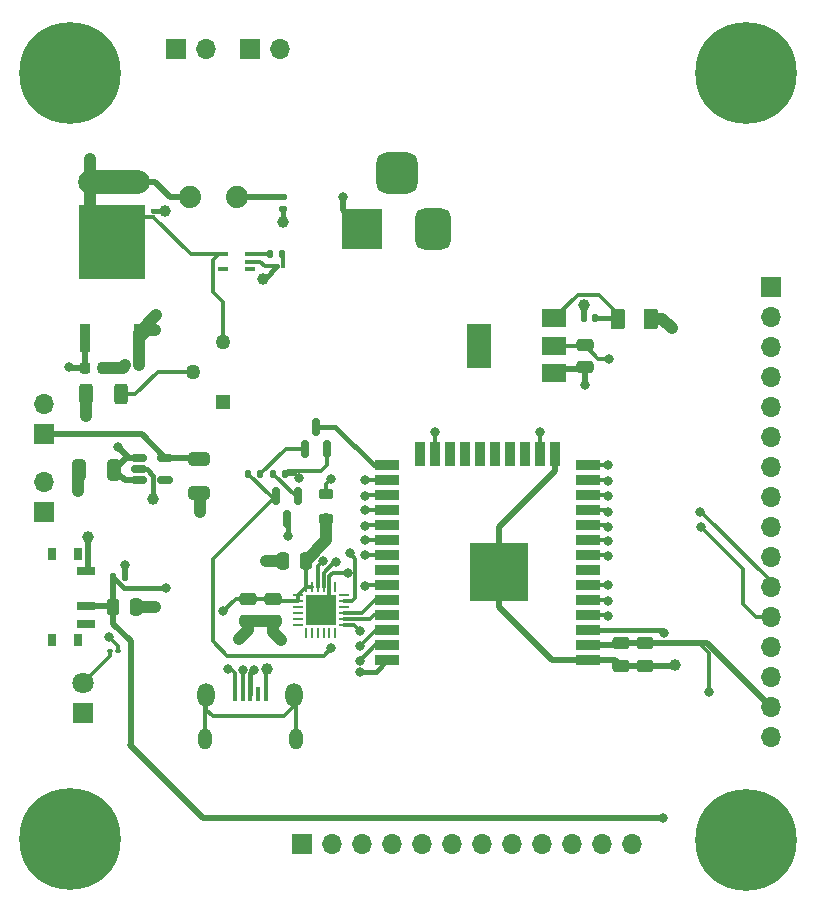
<source format=gbr>
%TF.GenerationSoftware,KiCad,Pcbnew,(6.0.1)*%
%TF.CreationDate,2022-03-22T21:47:25-04:00*%
%TF.ProjectId,Looking Glass,4c6f6f6b-696e-4672-9047-6c6173732e6b,rev?*%
%TF.SameCoordinates,Original*%
%TF.FileFunction,Copper,L1,Top*%
%TF.FilePolarity,Positive*%
%FSLAX46Y46*%
G04 Gerber Fmt 4.6, Leading zero omitted, Abs format (unit mm)*
G04 Created by KiCad (PCBNEW (6.0.1)) date 2022-03-22 21:47:25*
%MOMM*%
%LPD*%
G01*
G04 APERTURE LIST*
G04 Aperture macros list*
%AMRoundRect*
0 Rectangle with rounded corners*
0 $1 Rounding radius*
0 $2 $3 $4 $5 $6 $7 $8 $9 X,Y pos of 4 corners*
0 Add a 4 corners polygon primitive as box body*
4,1,4,$2,$3,$4,$5,$6,$7,$8,$9,$2,$3,0*
0 Add four circle primitives for the rounded corners*
1,1,$1+$1,$2,$3*
1,1,$1+$1,$4,$5*
1,1,$1+$1,$6,$7*
1,1,$1+$1,$8,$9*
0 Add four rect primitives between the rounded corners*
20,1,$1+$1,$2,$3,$4,$5,0*
20,1,$1+$1,$4,$5,$6,$7,0*
20,1,$1+$1,$6,$7,$8,$9,0*
20,1,$1+$1,$8,$9,$2,$3,0*%
G04 Aperture macros list end*
%TA.AperFunction,SMDPad,CuDef*%
%ADD10RoundRect,0.250000X0.375000X0.625000X-0.375000X0.625000X-0.375000X-0.625000X0.375000X-0.625000X0*%
%TD*%
%TA.AperFunction,ComponentPad*%
%ADD11R,3.500000X3.500000*%
%TD*%
%TA.AperFunction,ComponentPad*%
%ADD12RoundRect,0.750000X0.750000X1.000000X-0.750000X1.000000X-0.750000X-1.000000X0.750000X-1.000000X0*%
%TD*%
%TA.AperFunction,ComponentPad*%
%ADD13RoundRect,0.875000X0.875000X0.875000X-0.875000X0.875000X-0.875000X-0.875000X0.875000X-0.875000X0*%
%TD*%
%TA.AperFunction,ComponentPad*%
%ADD14R,1.700000X1.700000*%
%TD*%
%TA.AperFunction,ComponentPad*%
%ADD15O,1.700000X1.700000*%
%TD*%
%TA.AperFunction,SMDPad,CuDef*%
%ADD16R,0.939800X2.489200*%
%TD*%
%TA.AperFunction,SMDPad,CuDef*%
%ADD17R,5.562600X6.299200*%
%TD*%
%TA.AperFunction,SMDPad,CuDef*%
%ADD18C,2.000000*%
%TD*%
%TA.AperFunction,SMDPad,CuDef*%
%ADD19RoundRect,0.062500X-0.062500X0.350000X-0.062500X-0.350000X0.062500X-0.350000X0.062500X0.350000X0*%
%TD*%
%TA.AperFunction,SMDPad,CuDef*%
%ADD20RoundRect,0.062500X-0.350000X0.062500X-0.350000X-0.062500X0.350000X-0.062500X0.350000X0.062500X0*%
%TD*%
%TA.AperFunction,SMDPad,CuDef*%
%ADD21R,2.600000X2.600000*%
%TD*%
%TA.AperFunction,SMDPad,CuDef*%
%ADD22RoundRect,0.135000X-0.135000X-0.185000X0.135000X-0.185000X0.135000X0.185000X-0.135000X0.185000X0*%
%TD*%
%TA.AperFunction,SMDPad,CuDef*%
%ADD23RoundRect,0.218750X-0.381250X0.218750X-0.381250X-0.218750X0.381250X-0.218750X0.381250X0.218750X0*%
%TD*%
%TA.AperFunction,SMDPad,CuDef*%
%ADD24R,0.850900X0.304800*%
%TD*%
%TA.AperFunction,SMDPad,CuDef*%
%ADD25R,0.450000X1.300000*%
%TD*%
%TA.AperFunction,ComponentPad*%
%ADD26O,1.450000X2.000000*%
%TD*%
%TA.AperFunction,ComponentPad*%
%ADD27O,1.150000X1.800000*%
%TD*%
%TA.AperFunction,SMDPad,CuDef*%
%ADD28RoundRect,0.250000X-0.475000X0.250000X-0.475000X-0.250000X0.475000X-0.250000X0.475000X0.250000X0*%
%TD*%
%TA.AperFunction,SMDPad,CuDef*%
%ADD29RoundRect,0.135000X0.135000X0.185000X-0.135000X0.185000X-0.135000X-0.185000X0.135000X-0.185000X0*%
%TD*%
%TA.AperFunction,SMDPad,CuDef*%
%ADD30RoundRect,0.075000X0.075000X-0.125000X0.075000X0.125000X-0.075000X0.125000X-0.075000X-0.125000X0*%
%TD*%
%TA.AperFunction,SMDPad,CuDef*%
%ADD31R,0.800000X1.000000*%
%TD*%
%TA.AperFunction,SMDPad,CuDef*%
%ADD32R,1.500000X0.700000*%
%TD*%
%TA.AperFunction,SMDPad,CuDef*%
%ADD33RoundRect,0.135000X-0.185000X0.135000X-0.185000X-0.135000X0.185000X-0.135000X0.185000X0.135000X0*%
%TD*%
%TA.AperFunction,SMDPad,CuDef*%
%ADD34RoundRect,0.150000X0.150000X-0.587500X0.150000X0.587500X-0.150000X0.587500X-0.150000X-0.587500X0*%
%TD*%
%TA.AperFunction,ComponentPad*%
%ADD35R,1.270000X1.270000*%
%TD*%
%TA.AperFunction,ComponentPad*%
%ADD36C,1.270000*%
%TD*%
%TA.AperFunction,SMDPad,CuDef*%
%ADD37RoundRect,0.250000X-0.250000X-0.475000X0.250000X-0.475000X0.250000X0.475000X-0.250000X0.475000X0*%
%TD*%
%TA.AperFunction,SMDPad,CuDef*%
%ADD38RoundRect,0.225000X-0.225000X-0.250000X0.225000X-0.250000X0.225000X0.250000X-0.225000X0.250000X0*%
%TD*%
%TA.AperFunction,SMDPad,CuDef*%
%ADD39RoundRect,0.075000X0.125000X0.075000X-0.125000X0.075000X-0.125000X-0.075000X0.125000X-0.075000X0*%
%TD*%
%TA.AperFunction,SMDPad,CuDef*%
%ADD40RoundRect,0.150000X-0.512500X-0.150000X0.512500X-0.150000X0.512500X0.150000X-0.512500X0.150000X0*%
%TD*%
%TA.AperFunction,SMDPad,CuDef*%
%ADD41R,2.000000X0.900000*%
%TD*%
%TA.AperFunction,SMDPad,CuDef*%
%ADD42R,0.900000X2.000000*%
%TD*%
%TA.AperFunction,SMDPad,CuDef*%
%ADD43R,5.000000X5.000000*%
%TD*%
%TA.AperFunction,ComponentPad*%
%ADD44C,8.600000*%
%TD*%
%TA.AperFunction,ComponentPad*%
%ADD45C,0.900000*%
%TD*%
%TA.AperFunction,SMDPad,CuDef*%
%ADD46RoundRect,0.250000X0.250000X0.475000X-0.250000X0.475000X-0.250000X-0.475000X0.250000X-0.475000X0*%
%TD*%
%TA.AperFunction,SMDPad,CuDef*%
%ADD47R,2.000000X1.500000*%
%TD*%
%TA.AperFunction,SMDPad,CuDef*%
%ADD48R,2.000000X3.800000*%
%TD*%
%TA.AperFunction,SMDPad,CuDef*%
%ADD49RoundRect,0.100000X0.130000X0.100000X-0.130000X0.100000X-0.130000X-0.100000X0.130000X-0.100000X0*%
%TD*%
%TA.AperFunction,SMDPad,CuDef*%
%ADD50RoundRect,0.250000X-0.650000X0.325000X-0.650000X-0.325000X0.650000X-0.325000X0.650000X0.325000X0*%
%TD*%
%TA.AperFunction,SMDPad,CuDef*%
%ADD51RoundRect,0.250000X-0.312500X-0.625000X0.312500X-0.625000X0.312500X0.625000X-0.312500X0.625000X0*%
%TD*%
%TA.AperFunction,SMDPad,CuDef*%
%ADD52RoundRect,0.140000X0.140000X0.170000X-0.140000X0.170000X-0.140000X-0.170000X0.140000X-0.170000X0*%
%TD*%
%TA.AperFunction,SMDPad,CuDef*%
%ADD53RoundRect,0.250000X0.325000X0.650000X-0.325000X0.650000X-0.325000X-0.650000X0.325000X-0.650000X0*%
%TD*%
%TA.AperFunction,ComponentPad*%
%ADD54R,1.800000X1.800000*%
%TD*%
%TA.AperFunction,ComponentPad*%
%ADD55C,1.800000*%
%TD*%
%TA.AperFunction,ComponentPad*%
%ADD56C,1.879600*%
%TD*%
%TA.AperFunction,SMDPad,CuDef*%
%ADD57RoundRect,0.150000X-0.150000X0.587500X-0.150000X-0.587500X0.150000X-0.587500X0.150000X0.587500X0*%
%TD*%
%TA.AperFunction,ViaPad*%
%ADD58C,1.000000*%
%TD*%
%TA.AperFunction,ViaPad*%
%ADD59C,0.800000*%
%TD*%
%TA.AperFunction,Conductor*%
%ADD60C,1.000000*%
%TD*%
%TA.AperFunction,Conductor*%
%ADD61C,0.500000*%
%TD*%
%TA.AperFunction,Conductor*%
%ADD62C,0.400000*%
%TD*%
%TA.AperFunction,Conductor*%
%ADD63C,0.300000*%
%TD*%
G04 APERTURE END LIST*
%TO.C,NT1*%
G36*
X40500000Y-114758900D02*
G01*
X36500000Y-114758900D01*
X36500000Y-112758900D01*
X40500000Y-112758900D01*
X40500000Y-114758900D01*
G37*
%TD*%
D10*
%TO.P,F1,1*%
%TO.N,+12V*%
X83950000Y-125345000D03*
%TO.P,F1,2*%
%TO.N,Net-(C2-Pad1)*%
X81150000Y-125345000D03*
%TD*%
D11*
%TO.P,J8,1*%
%TO.N,+12V*%
X59500000Y-117700000D03*
D12*
%TO.P,J8,2*%
%TO.N,GND*%
X65500000Y-117700000D03*
D13*
%TO.P,J8,3*%
%TO.N,N/C*%
X62500000Y-113000000D03*
%TD*%
D14*
%TO.P,J4,1,Pin_1*%
%TO.N,+5V*%
X43725000Y-102500000D03*
D15*
%TO.P,J4,2,Pin_2*%
%TO.N,GND*%
X46265000Y-102500000D03*
%TD*%
D16*
%TO.P,U2,1,IN*%
%TO.N,+12V*%
X36014000Y-126988100D03*
%TO.P,U2,2,GND*%
%TO.N,GND*%
X40586000Y-126988100D03*
D17*
%TO.P,U2,3,OUT*%
%TO.N,+5V*%
X38300000Y-118834700D03*
%TD*%
D18*
%TO.P,NT1,1,1*%
%TO.N,Net-(NT1-Pad1)*%
X40500000Y-113758900D03*
%TO.P,NT1,2,2*%
%TO.N,+5V*%
X36500000Y-113758900D03*
%TD*%
D19*
%TO.P,U6,1,~{RI}*%
%TO.N,unconnected-(U6-Pad1)*%
X57250000Y-148062500D03*
%TO.P,U6,2,GND*%
%TO.N,GND*%
X56750000Y-148062500D03*
%TO.P,U6,3,D+*%
%TO.N,Net-(J5-Pad3)*%
X56250000Y-148062500D03*
%TO.P,U6,4,D-*%
%TO.N,Net-(J5-Pad2)*%
X55750000Y-148062500D03*
%TO.P,U6,5,VIO*%
%TO.N,+3V3*%
X55250000Y-148062500D03*
%TO.P,U6,6,VDD*%
X54750000Y-148062500D03*
D20*
%TO.P,U6,7,REGIN*%
X54062500Y-148750000D03*
%TO.P,U6,8,VBUS*%
X54062500Y-149250000D03*
%TO.P,U6,9,~{RST}*%
%TO.N,unconnected-(U6-Pad9)*%
X54062500Y-149750000D03*
%TO.P,U6,10,NC*%
%TO.N,unconnected-(U6-Pad10)*%
X54062500Y-150250000D03*
%TO.P,U6,11,GPIO.3*%
%TO.N,unconnected-(U6-Pad11)*%
X54062500Y-150750000D03*
%TO.P,U6,12,RS485/GPIO.2*%
%TO.N,unconnected-(U6-Pad12)*%
X54062500Y-151250000D03*
D19*
%TO.P,U6,13,RXT/GPIO.1*%
%TO.N,unconnected-(U6-Pad13)*%
X54750000Y-151937500D03*
%TO.P,U6,14,TXT/GPIO.0*%
%TO.N,unconnected-(U6-Pad14)*%
X55250000Y-151937500D03*
%TO.P,U6,15,~{SUSPEND}*%
%TO.N,unconnected-(U6-Pad15)*%
X55750000Y-151937500D03*
%TO.P,U6,16,VPP*%
%TO.N,unconnected-(U6-Pad16)*%
X56250000Y-151937500D03*
%TO.P,U6,17,SUSPEND*%
%TO.N,unconnected-(U6-Pad17)*%
X56750000Y-151937500D03*
%TO.P,U6,18,~{CTS}*%
%TO.N,unconnected-(U6-Pad18)*%
X57250000Y-151937500D03*
D20*
%TO.P,U6,19,~{RTS}*%
%TO.N,RTS*%
X57937500Y-151250000D03*
%TO.P,U6,20,RXD*%
%TO.N,TXD0*%
X57937500Y-150750000D03*
%TO.P,U6,21,TXD*%
%TO.N,RXD0*%
X57937500Y-150250000D03*
%TO.P,U6,22,~{DSR}*%
%TO.N,unconnected-(U6-Pad22)*%
X57937500Y-149750000D03*
%TO.P,U6,23,~{DTR}*%
%TO.N,DTR*%
X57937500Y-149250000D03*
%TO.P,U6,24,~{DCD}*%
%TO.N,unconnected-(U6-Pad24)*%
X57937500Y-148750000D03*
D21*
%TO.P,U6,25,GND*%
%TO.N,GND*%
X56000000Y-150000000D03*
%TD*%
D22*
%TO.P,R3,1*%
%TO.N,Net-(Q2-Pad1)*%
X51990000Y-138460000D03*
%TO.P,R3,2*%
%TO.N,DTR*%
X53010000Y-138460000D03*
%TD*%
D23*
%TO.P,FB1,1*%
%TO.N,Net-(C5-Pad1)*%
X56450000Y-140137500D03*
%TO.P,FB1,2*%
%TO.N,+3V3*%
X56450000Y-142262500D03*
%TD*%
D24*
%TO.P,U7,1,NC_2*%
%TO.N,unconnected-(U7-Pad1)*%
X50022680Y-121147700D03*
%TO.P,U7,2,GND*%
%TO.N,GND*%
X50022680Y-120500000D03*
%TO.P,U7,3,VOUT*%
%TO.N,Net-(R6-Pad2)*%
X50022680Y-119852300D03*
%TO.P,U7,4,VDD*%
%TO.N,+5V*%
X47777320Y-119852300D03*
%TO.P,U7,5,NC*%
%TO.N,unconnected-(U7-Pad5)*%
X47777320Y-121147700D03*
%TD*%
D14*
%TO.P,J3,1,Pin_1*%
%TO.N,+3V3*%
X32600000Y-141700000D03*
D15*
%TO.P,J3,2,Pin_2*%
%TO.N,GND*%
X32600000Y-139160000D03*
%TD*%
D25*
%TO.P,J5,1,VBUS*%
%TO.N,+3V3*%
X48745000Y-157095000D03*
%TO.P,J5,2,D-*%
%TO.N,Net-(J5-Pad2)*%
X49395000Y-157095000D03*
%TO.P,J5,3,D+*%
%TO.N,Net-(J5-Pad3)*%
X50045000Y-157095000D03*
%TO.P,J5,4,ID*%
%TO.N,unconnected-(J5-Pad4)*%
X50695000Y-157095000D03*
%TO.P,J5,5,GND*%
%TO.N,GND*%
X51345000Y-157095000D03*
D26*
%TO.P,J5,6,Shield*%
%TO.N,unconnected-(J5-Pad6)*%
X53770000Y-157145000D03*
D27*
X46170000Y-160945000D03*
D26*
X46320000Y-157145000D03*
D27*
X53920000Y-160945000D03*
%TD*%
D28*
%TO.P,C8,1*%
%TO.N,+3V3*%
X49850000Y-149050000D03*
%TO.P,C8,2*%
%TO.N,GND*%
X49850000Y-150950000D03*
%TD*%
D29*
%TO.P,R6,1*%
%TO.N,Net-(C12-Pad1)*%
X52760000Y-119850000D03*
%TO.P,R6,2*%
%TO.N,Net-(R6-Pad2)*%
X51740000Y-119850000D03*
%TD*%
D30*
%TO.P,C6,1*%
%TO.N,+5V*%
X41850000Y-116675000D03*
%TO.P,C6,2*%
%TO.N,GND*%
X41850000Y-116175000D03*
%TD*%
D29*
%TO.P,R2,1*%
%TO.N,Net-(Q1-Pad1)*%
X50910000Y-138460000D03*
%TO.P,R2,2*%
%TO.N,RTS*%
X49890000Y-138460000D03*
%TD*%
D28*
%TO.P,C9,1*%
%TO.N,+3V3*%
X52000000Y-149050000D03*
%TO.P,C9,2*%
%TO.N,GND*%
X52000000Y-150950000D03*
%TD*%
D14*
%TO.P,J7,1,Pin_1*%
%TO.N,SCI*%
X54425000Y-169800000D03*
D15*
%TO.P,J7,2,Pin_2*%
%TO.N,SDA*%
X56965000Y-169800000D03*
%TO.P,J7,3,Pin_3*%
%TO.N,unconnected-(J7-Pad3)*%
X59505000Y-169800000D03*
%TO.P,J7,4,Pin_4*%
%TO.N,IO15_A8*%
X62045000Y-169800000D03*
%TO.P,J7,5,Pin_5*%
%TO.N,IO13_A12*%
X64585000Y-169800000D03*
%TO.P,J7,6,Pin_6*%
%TO.N,IO12_A11*%
X67125000Y-169800000D03*
%TO.P,J7,7,Pin_7*%
%TO.N,IO14_A6*%
X69665000Y-169800000D03*
%TO.P,J7,8,Pin_8*%
%TO.N,IO27_A10*%
X72205000Y-169800000D03*
%TO.P,J7,9,Pin_9*%
%TO.N,IO33_A9*%
X74745000Y-169800000D03*
%TO.P,J7,10,Pin_10*%
%TO.N,IO32_A7*%
X77285000Y-169800000D03*
%TO.P,J7,11,Pin_11*%
%TO.N,unconnected-(J7-Pad11)*%
X79825000Y-169800000D03*
%TO.P,J7,12,Pin_12*%
%TO.N,unconnected-(J7-Pad12)*%
X82365000Y-169800000D03*
%TD*%
D31*
%TO.P,SW1,*%
%TO.N,*%
X33270000Y-145250000D03*
X35480000Y-152550000D03*
X33270000Y-152550000D03*
X35480000Y-145250000D03*
D32*
%TO.P,SW1,1,1*%
%TO.N,GND*%
X36130000Y-146650000D03*
%TO.P,SW1,2,2*%
%TO.N,RESET*%
X36130000Y-149650000D03*
%TO.P,SW1,3*%
%TO.N,N/C*%
X36130000Y-151150000D03*
%TD*%
D33*
%TO.P,R4,1*%
%TO.N,Net-(PHOTO1-Pad1)*%
X52800000Y-115000000D03*
%TO.P,R4,2*%
%TO.N,GND*%
X52800000Y-116020000D03*
%TD*%
D34*
%TO.P,Q1,1,B*%
%TO.N,Net-(Q1-Pad1)*%
X54650000Y-136337500D03*
%TO.P,Q1,2,E*%
%TO.N,DTR*%
X56550000Y-136337500D03*
%TO.P,Q1,3,C*%
%TO.N,GPIO0*%
X55600000Y-134462500D03*
%TD*%
D35*
%TO.P,U5,1,GND*%
%TO.N,GND*%
X47712700Y-132340000D03*
D36*
%TO.P,U5,2,OUT*%
%TO.N,Net-(R5-Pad2)*%
X45172700Y-129800000D03*
%TO.P,U5,3,VDD*%
%TO.N,+5V*%
X47712700Y-127260000D03*
%TD*%
D37*
%TO.P,C13,1*%
%TO.N,RESET*%
X38450000Y-149700000D03*
%TO.P,C13,2*%
%TO.N,GND*%
X40350000Y-149700000D03*
%TD*%
D14*
%TO.P,J2,1,Pin_1*%
%TO.N,+2V8*%
X32600000Y-135100000D03*
D15*
%TO.P,J2,2,Pin_2*%
%TO.N,GND*%
X32600000Y-132560000D03*
%TD*%
D14*
%TO.P,J1,1,Pin_1*%
%TO.N,+12V*%
X50050000Y-102500000D03*
D15*
%TO.P,J1,2,Pin_2*%
%TO.N,GND*%
X52590000Y-102500000D03*
%TD*%
D38*
%TO.P,C3,1*%
%TO.N,+12V*%
X36025000Y-129458900D03*
%TO.P,C3,2*%
%TO.N,GND*%
X37575000Y-129458900D03*
%TD*%
D29*
%TO.P,R7,1*%
%TO.N,+3V3*%
X39410000Y-147200000D03*
%TO.P,R7,2*%
%TO.N,RESET*%
X38390000Y-147200000D03*
%TD*%
D28*
%TO.P,C7,1*%
%TO.N,+3V3*%
X83500000Y-152805000D03*
%TO.P,C7,2*%
%TO.N,GND*%
X83500000Y-154705000D03*
%TD*%
D39*
%TO.P,C12,1*%
%TO.N,Net-(C12-Pad1)*%
X52800000Y-120900000D03*
%TO.P,C12,2*%
%TO.N,GND*%
X52300000Y-120900000D03*
%TD*%
D40*
%TO.P,U3,1,IN*%
%TO.N,+12V*%
X40582500Y-137110000D03*
%TO.P,U3,2,GND*%
%TO.N,GND*%
X40582500Y-138060000D03*
%TO.P,U3,3,EN*%
%TO.N,+12V*%
X40582500Y-139010000D03*
%TO.P,U3,4,NC*%
%TO.N,unconnected-(U3-Pad4)*%
X42857500Y-139010000D03*
%TO.P,U3,5,OUT*%
%TO.N,+2V8*%
X42857500Y-137110000D03*
%TD*%
D41*
%TO.P,U4,1,GND*%
%TO.N,GND*%
X78600000Y-154255000D03*
%TO.P,U4,2,VDD*%
%TO.N,+3V3*%
X78600000Y-152985000D03*
%TO.P,U4,3,EN*%
%TO.N,RESET*%
X78600000Y-151715000D03*
%TO.P,U4,4,SENSOR_VP*%
%TO.N,A4_IO36*%
X78600000Y-150445000D03*
%TO.P,U4,5,SENSOR_VN*%
%TO.N,A3_I39*%
X78600000Y-149175000D03*
%TO.P,U4,6,IO34*%
%TO.N,A2_I34*%
X78600000Y-147905000D03*
%TO.P,U4,7,IO35*%
%TO.N,unconnected-(U4-Pad7)*%
X78600000Y-146635000D03*
%TO.P,U4,8,IO32*%
%TO.N,IO32_A7*%
X78600000Y-145365000D03*
%TO.P,U4,9,IO33*%
%TO.N,IO33_A9*%
X78600000Y-144095000D03*
%TO.P,U4,10,IO25*%
%TO.N,A1_DAC1*%
X78600000Y-142825000D03*
%TO.P,U4,11,IO26*%
%TO.N,A0_DAC2*%
X78600000Y-141555000D03*
%TO.P,U4,12,IO27*%
%TO.N,IO27_A10*%
X78600000Y-140285000D03*
%TO.P,U4,13,IO14*%
%TO.N,IO14_A6*%
X78600000Y-139015000D03*
%TO.P,U4,14,IO12*%
%TO.N,IO12_A11*%
X78600000Y-137745000D03*
D42*
%TO.P,U4,15,GND*%
%TO.N,GND*%
X75815000Y-136745000D03*
%TO.P,U4,16,IO13*%
%TO.N,IO13_A12*%
X74545000Y-136745000D03*
%TO.P,U4,17,SHD/SD2*%
%TO.N,unconnected-(U4-Pad17)*%
X73275000Y-136745000D03*
%TO.P,U4,18,SWP/SD3*%
%TO.N,unconnected-(U4-Pad18)*%
X72005000Y-136745000D03*
%TO.P,U4,19,SCS/CMD*%
%TO.N,unconnected-(U4-Pad19)*%
X70735000Y-136745000D03*
%TO.P,U4,20,SCK/CLK*%
%TO.N,unconnected-(U4-Pad20)*%
X69465000Y-136745000D03*
%TO.P,U4,21,SDO/SD0*%
%TO.N,unconnected-(U4-Pad21)*%
X68195000Y-136745000D03*
%TO.P,U4,22,SDI/SD1*%
%TO.N,unconnected-(U4-Pad22)*%
X66925000Y-136745000D03*
%TO.P,U4,23,IO15*%
%TO.N,IO15_A8*%
X65655000Y-136745000D03*
%TO.P,U4,24,IO2*%
%TO.N,unconnected-(U4-Pad24)*%
X64385000Y-136745000D03*
D41*
%TO.P,U4,25,IO0*%
%TO.N,GPIO0*%
X61600000Y-137745000D03*
%TO.P,U4,26,IO4*%
%TO.N,A5_IO4*%
X61600000Y-139015000D03*
%TO.P,U4,27,IO16*%
%TO.N,IO16*%
X61600000Y-140285000D03*
%TO.P,U4,28,IO17*%
%TO.N,IO17*%
X61600000Y-141555000D03*
%TO.P,U4,29,IO5*%
%TO.N,SCK*%
X61600000Y-142825000D03*
%TO.P,U4,30,IO18*%
%TO.N,MOSI*%
X61600000Y-144095000D03*
%TO.P,U4,31,IO19*%
%TO.N,MISO*%
X61600000Y-145365000D03*
%TO.P,U4,32,NC*%
%TO.N,unconnected-(U4-Pad32)*%
X61600000Y-146635000D03*
%TO.P,U4,33,IO21*%
%TO.N,IO21*%
X61600000Y-147905000D03*
%TO.P,U4,34,RXD0/IO3*%
%TO.N,RXD0*%
X61600000Y-149175000D03*
%TO.P,U4,35,TXD0/IO1*%
%TO.N,TXD0*%
X61600000Y-150445000D03*
%TO.P,U4,36,IO22*%
%TO.N,SCI*%
X61600000Y-151715000D03*
%TO.P,U4,37,IO23*%
%TO.N,SDA*%
X61600000Y-152985000D03*
%TO.P,U4,38,GND*%
%TO.N,GND*%
X61600000Y-154255000D03*
D43*
%TO.P,U4,39,GND*%
X71100000Y-146755000D03*
%TD*%
D44*
%TO.P,H1,1,1*%
%TO.N,GND*%
X34800000Y-104500000D03*
D45*
X37080419Y-102219581D03*
X34800000Y-107725000D03*
X37080419Y-106780419D03*
X31575000Y-104500000D03*
X32519581Y-102219581D03*
X38025000Y-104500000D03*
X34800000Y-101275000D03*
X32519581Y-106780419D03*
%TD*%
D46*
%TO.P,C11,1*%
%TO.N,+3V3*%
X54750000Y-145800000D03*
%TO.P,C11,2*%
%TO.N,GND*%
X52850000Y-145800000D03*
%TD*%
D14*
%TO.P,J6,1,Pin_1*%
%TO.N,IO21*%
X94100000Y-122620000D03*
D15*
%TO.P,J6,2,Pin_2*%
%TO.N,MISO*%
X94100000Y-125160000D03*
%TO.P,J6,3,Pin_3*%
%TO.N,MOSI*%
X94100000Y-127700000D03*
%TO.P,J6,4,Pin_4*%
%TO.N,SCK*%
X94100000Y-130240000D03*
%TO.P,J6,5,Pin_5*%
%TO.N,IO17*%
X94100000Y-132780000D03*
%TO.P,J6,6,Pin_6*%
%TO.N,IO16*%
X94100000Y-135320000D03*
%TO.P,J6,7,Pin_7*%
%TO.N,A5_IO4*%
X94100000Y-137860000D03*
%TO.P,J6,8,Pin_8*%
%TO.N,A2_I34*%
X94100000Y-140400000D03*
%TO.P,J6,9,Pin_9*%
%TO.N,A3_I39*%
X94100000Y-142940000D03*
%TO.P,J6,10,Pin_10*%
%TO.N,A4_IO36*%
X94100000Y-145480000D03*
%TO.P,J6,11,Pin_11*%
%TO.N,A0_DAC2*%
X94100000Y-148020000D03*
%TO.P,J6,12,Pin_12*%
%TO.N,A1_DAC1*%
X94100000Y-150560000D03*
%TO.P,J6,13,Pin_13*%
%TO.N,GND*%
X94100000Y-153100000D03*
%TO.P,J6,14,Pin_14*%
%TO.N,unconnected-(J6-Pad14)*%
X94100000Y-155640000D03*
%TO.P,J6,15,Pin_15*%
%TO.N,+3V3*%
X94100000Y-158180000D03*
%TO.P,J6,16,Pin_16*%
%TO.N,RESET*%
X94100000Y-160720000D03*
%TD*%
D45*
%TO.P,H2,1,1*%
%TO.N,GND*%
X32519581Y-171680419D03*
X34800000Y-166175000D03*
X37080419Y-167119581D03*
X38025000Y-169400000D03*
X37080419Y-171680419D03*
X34800000Y-172625000D03*
X32519581Y-167119581D03*
D44*
X34800000Y-169400000D03*
D45*
X31575000Y-169400000D03*
%TD*%
D47*
%TO.P,U1,1,GND*%
%TO.N,GND*%
X75750000Y-129900000D03*
%TO.P,U1,2,VO*%
%TO.N,Net-(C5-Pad1)*%
X75750000Y-127600000D03*
%TO.P,U1,3,VI*%
%TO.N,Net-(C2-Pad1)*%
X75750000Y-125300000D03*
D48*
%TO.P,U1,4*%
%TO.N,N/C*%
X69450000Y-127600000D03*
%TD*%
D49*
%TO.P,R1,1*%
%TO.N,+12V*%
X38820000Y-153450000D03*
%TO.P,R1,2*%
%TO.N,Net-(D1-Pad2)*%
X38180000Y-153450000D03*
%TD*%
D45*
%TO.P,H3,1,1*%
%TO.N,GND*%
X94280419Y-171780419D03*
D44*
X92000000Y-169500000D03*
D45*
X92000000Y-172725000D03*
X95225000Y-169500000D03*
X89719581Y-171780419D03*
X94280419Y-167219581D03*
X92000000Y-166275000D03*
X88775000Y-169500000D03*
X89719581Y-167219581D03*
%TD*%
D28*
%TO.P,C10,1*%
%TO.N,+3V3*%
X81400000Y-152805000D03*
%TO.P,C10,2*%
%TO.N,GND*%
X81400000Y-154705000D03*
%TD*%
D50*
%TO.P,C4,1*%
%TO.N,+2V8*%
X45720000Y-137160000D03*
%TO.P,C4,2*%
%TO.N,GND*%
X45720000Y-140110000D03*
%TD*%
D51*
%TO.P,R5,1*%
%TO.N,GND*%
X36137500Y-131700000D03*
%TO.P,R5,2*%
%TO.N,Net-(R5-Pad2)*%
X39062500Y-131700000D03*
%TD*%
D52*
%TO.P,C2,1*%
%TO.N,Net-(C2-Pad1)*%
X79250000Y-125300000D03*
%TO.P,C2,2*%
%TO.N,GND*%
X78290000Y-125300000D03*
%TD*%
D45*
%TO.P,H4,1,1*%
%TO.N,GND*%
X94280419Y-102219581D03*
X95225000Y-104500000D03*
X89719581Y-106780419D03*
X92000000Y-101275000D03*
X88775000Y-104500000D03*
X94280419Y-106780419D03*
X89719581Y-102219581D03*
D44*
X92000000Y-104500000D03*
D45*
X92000000Y-107725000D03*
%TD*%
D53*
%TO.P,C1,1*%
%TO.N,+12V*%
X38500000Y-138100000D03*
%TO.P,C1,2*%
%TO.N,GND*%
X35550000Y-138100000D03*
%TD*%
D54*
%TO.P,D1,1,K*%
%TO.N,GND*%
X35900000Y-158725000D03*
D55*
%TO.P,D1,2,A*%
%TO.N,Net-(D1-Pad2)*%
X35900000Y-156185000D03*
%TD*%
D56*
%TO.P,PHOTO1,1,P$1*%
%TO.N,Net-(PHOTO1-Pad1)*%
X48898980Y-115000000D03*
%TO.P,PHOTO1,2,P$2*%
%TO.N,Net-(NT1-Pad1)*%
X44901020Y-115000000D03*
%TD*%
D28*
%TO.P,C5,1*%
%TO.N,Net-(C5-Pad1)*%
X78350000Y-127550000D03*
%TO.P,C5,2*%
%TO.N,GND*%
X78350000Y-129450000D03*
%TD*%
D57*
%TO.P,Q2,1,B*%
%TO.N,Net-(Q2-Pad1)*%
X54100000Y-140367500D03*
%TO.P,Q2,2,E*%
%TO.N,RTS*%
X52200000Y-140367500D03*
%TO.P,Q2,3,C*%
%TO.N,RESET*%
X53150000Y-142242500D03*
%TD*%
D58*
%TO.N,GND*%
X45800000Y-141650000D03*
D59*
X78400000Y-130900000D03*
D58*
X51400000Y-145800000D03*
X52800000Y-117150000D03*
X42000000Y-126300000D03*
X41950000Y-149700000D03*
X51150000Y-121950000D03*
X42050000Y-125050000D03*
X39450000Y-129250000D03*
X42850000Y-116200000D03*
X36100000Y-133550000D03*
D59*
X59350000Y-155200000D03*
D58*
X78300000Y-124150000D03*
X51500000Y-155000000D03*
X86000000Y-154650000D03*
X36300000Y-143800000D03*
X49050000Y-152450000D03*
X52650000Y-152500000D03*
X41800000Y-140600000D03*
X35500000Y-139950000D03*
D59*
X58300000Y-146850000D03*
D58*
X40650000Y-129250000D03*
D59*
%TO.N,+12V*%
X57900000Y-115000000D03*
D58*
X85750000Y-126150000D03*
D59*
X38100000Y-152300000D03*
X34700000Y-129450000D03*
X38850000Y-136200000D03*
%TO.N,+3V3*%
X39410000Y-146190000D03*
X88850000Y-156900000D03*
X48200000Y-155000000D03*
X47750000Y-150100000D03*
%TO.N,+5V*%
X36500000Y-111800000D03*
%TO.N,Net-(C5-Pad1)*%
X80400000Y-128700000D03*
X56850000Y-138900000D03*
%TO.N,RESET*%
X42900000Y-148150000D03*
X53200000Y-143750000D03*
X84950000Y-167600000D03*
X85100000Y-151900000D03*
%TO.N,Net-(J5-Pad2)*%
X49400000Y-155050000D03*
X56200000Y-145850000D03*
%TO.N,Net-(J5-Pad3)*%
X50350000Y-155050000D03*
X57300000Y-145950000D03*
%TO.N,IO21*%
X59800000Y-147950000D03*
%TO.N,IO17*%
X59800000Y-141550000D03*
%TO.N,IO16*%
X59800000Y-140300000D03*
%TO.N,MISO*%
X59800000Y-145350000D03*
%TO.N,MOSI*%
X59800000Y-144100000D03*
%TO.N,SCK*%
X59800000Y-142850000D03*
%TO.N,A5_IO4*%
X59800000Y-138950000D03*
%TO.N,A4_IO36*%
X80300000Y-150500000D03*
%TO.N,A3_I39*%
X80300000Y-149250000D03*
%TO.N,A2_I34*%
X80300000Y-147900000D03*
%TO.N,A1_DAC1*%
X80350000Y-142950000D03*
X88200000Y-143000000D03*
%TO.N,A0_DAC2*%
X88150000Y-141650000D03*
X80350000Y-141650000D03*
%TO.N,IO13_A12*%
X74550000Y-134900000D03*
%TO.N,IO12_A11*%
X80350000Y-137750000D03*
%TO.N,IO27_A10*%
X80350000Y-140300000D03*
%TO.N,IO33_A9*%
X80350000Y-144150000D03*
%TO.N,IO15_A8*%
X65650000Y-134900000D03*
%TO.N,IO32_A7*%
X80350000Y-145450000D03*
%TO.N,IO14_A6*%
X80350000Y-139050000D03*
%TO.N,SCI*%
X59335000Y-153035000D03*
%TO.N,SDA*%
X59335000Y-154285000D03*
%TO.N,DTR*%
X58459266Y-145140734D03*
X54200000Y-138850000D03*
%TO.N,RTS*%
X56900000Y-153200000D03*
X59350000Y-151750000D03*
%TD*%
D60*
%TO.N,GND*%
X40650000Y-129250000D02*
X40650000Y-127052100D01*
D61*
X80950000Y-154255000D02*
X81400000Y-154705000D01*
D60*
X52000000Y-150950000D02*
X52000000Y-151850000D01*
D62*
X42825000Y-116175000D02*
X41850000Y-116175000D01*
D60*
X41274100Y-126300000D02*
X40586000Y-126988100D01*
X35500000Y-139950000D02*
X35500000Y-138150000D01*
D61*
X75750000Y-129900000D02*
X76055000Y-129595000D01*
D62*
X41800000Y-138600000D02*
X41800000Y-140600000D01*
X42850000Y-116200000D02*
X42825000Y-116175000D01*
D61*
X78205000Y-129595000D02*
X78350000Y-129450000D01*
X81400000Y-154705000D02*
X83500000Y-154705000D01*
X36130000Y-146650000D02*
X36300000Y-146480000D01*
D60*
X40650000Y-127052100D02*
X40586000Y-126988100D01*
X45800000Y-141650000D02*
X45800000Y-140190000D01*
D63*
X57050000Y-146850000D02*
X58300000Y-146850000D01*
D61*
X83500000Y-154705000D02*
X85945000Y-154705000D01*
X78290000Y-124160000D02*
X78300000Y-124150000D01*
D63*
X56750000Y-148062500D02*
X56750000Y-147150000D01*
D62*
X60655000Y-155200000D02*
X61600000Y-154255000D01*
D61*
X76055000Y-129595000D02*
X78205000Y-129595000D01*
X75815000Y-138245000D02*
X71100000Y-142960000D01*
D63*
X50022680Y-120500000D02*
X50850000Y-120500000D01*
X51345000Y-155155000D02*
X51500000Y-155000000D01*
D61*
X75815000Y-136745000D02*
X75815000Y-138245000D01*
D62*
X52800000Y-116020000D02*
X52800000Y-117150000D01*
X51250000Y-121950000D02*
X52300000Y-120900000D01*
X51150000Y-121950000D02*
X51250000Y-121950000D01*
D61*
X71100000Y-142960000D02*
X71100000Y-146755000D01*
D60*
X45800000Y-140190000D02*
X45720000Y-140110000D01*
X37575000Y-129458900D02*
X39241100Y-129458900D01*
D63*
X51345000Y-157095000D02*
X51345000Y-155155000D01*
D61*
X78600000Y-154255000D02*
X80950000Y-154255000D01*
X85945000Y-154705000D02*
X86000000Y-154650000D01*
D60*
X52000000Y-150950000D02*
X49850000Y-150950000D01*
D61*
X36300000Y-146480000D02*
X36300000Y-143800000D01*
D62*
X59350000Y-155200000D02*
X60655000Y-155200000D01*
D60*
X52850000Y-145800000D02*
X51400000Y-145800000D01*
X49050000Y-152450000D02*
X49850000Y-151650000D01*
D62*
X41260000Y-138060000D02*
X41800000Y-138600000D01*
D60*
X40586000Y-126988100D02*
X40586000Y-126514000D01*
X36100000Y-131737500D02*
X36137500Y-131700000D01*
X39241100Y-129458900D02*
X39450000Y-129250000D01*
X40350000Y-149700000D02*
X41950000Y-149700000D01*
D61*
X71100000Y-146755000D02*
X71100000Y-149755000D01*
D60*
X36100000Y-133550000D02*
X36100000Y-131737500D01*
D61*
X78350000Y-130850000D02*
X78400000Y-130900000D01*
D63*
X56750000Y-149250000D02*
X56000000Y-150000000D01*
X56750000Y-147150000D02*
X57050000Y-146850000D01*
D60*
X40586000Y-126514000D02*
X42050000Y-125050000D01*
X52000000Y-151850000D02*
X52650000Y-152500000D01*
D63*
X50850000Y-120500000D02*
X51250000Y-120900000D01*
D60*
X49850000Y-151650000D02*
X49850000Y-150950000D01*
D63*
X51250000Y-120900000D02*
X52300000Y-120900000D01*
X56750000Y-148062500D02*
X56750000Y-149250000D01*
D61*
X71100000Y-149755000D02*
X75600000Y-154255000D01*
D60*
X42000000Y-126300000D02*
X41274100Y-126300000D01*
X35500000Y-138150000D02*
X35550000Y-138100000D01*
D62*
X40582500Y-138060000D02*
X41260000Y-138060000D01*
D61*
X78350000Y-129450000D02*
X78350000Y-130850000D01*
X75600000Y-154255000D02*
X78600000Y-154255000D01*
X78290000Y-125300000D02*
X78290000Y-124160000D01*
D60*
%TO.N,+12V*%
X84945000Y-125345000D02*
X85750000Y-126150000D01*
D63*
X38820000Y-153020000D02*
X38100000Y-152300000D01*
D61*
X40582500Y-137110000D02*
X39490000Y-137110000D01*
X40582500Y-139010000D02*
X39410000Y-139010000D01*
X39490000Y-137110000D02*
X38500000Y-138100000D01*
X34708900Y-129458900D02*
X34700000Y-129450000D01*
D63*
X38820000Y-153450000D02*
X38820000Y-153020000D01*
D60*
X83950000Y-125345000D02*
X84945000Y-125345000D01*
D61*
X36025000Y-129458900D02*
X34708900Y-129458900D01*
X39410000Y-139010000D02*
X38500000Y-138100000D01*
X59500000Y-117700000D02*
X57900000Y-116100000D01*
X57900000Y-116100000D02*
X57900000Y-115000000D01*
X36014000Y-126988100D02*
X36014000Y-129447900D01*
X40582500Y-137110000D02*
X39760000Y-137110000D01*
X36014000Y-129447900D02*
X36025000Y-129458900D01*
X39760000Y-137110000D02*
X38850000Y-136200000D01*
%TO.N,+2V8*%
X40847500Y-135100000D02*
X32600000Y-135100000D01*
X42857500Y-137110000D02*
X45670000Y-137110000D01*
X42857500Y-137110000D02*
X40847500Y-135100000D01*
X45670000Y-137110000D02*
X45720000Y-137160000D01*
D63*
%TO.N,+3V3*%
X52000000Y-149050000D02*
X49850000Y-149050000D01*
X54750000Y-148062500D02*
X55250000Y-148062500D01*
X48800000Y-149050000D02*
X49850000Y-149050000D01*
X54750000Y-148062500D02*
X54750000Y-145800000D01*
D61*
X81400000Y-152805000D02*
X83500000Y-152805000D01*
D63*
X48450000Y-155000000D02*
X48745000Y-155295000D01*
X48745000Y-155295000D02*
X48745000Y-157095000D01*
D61*
X81220000Y-152985000D02*
X81400000Y-152805000D01*
D63*
X88850000Y-153660000D02*
X87995000Y-152805000D01*
D61*
X39410000Y-146190000D02*
X39410000Y-147200000D01*
D63*
X48200000Y-155000000D02*
X48450000Y-155000000D01*
X54600000Y-148200000D02*
X54737500Y-148062500D01*
X54062500Y-148750000D02*
X54600000Y-148212500D01*
X54062500Y-149250000D02*
X52200000Y-149250000D01*
X54600000Y-148212500D02*
X54600000Y-148200000D01*
X52200000Y-149250000D02*
X52000000Y-149050000D01*
D60*
X56450000Y-142262500D02*
X56450000Y-144100000D01*
D63*
X47750000Y-150100000D02*
X48800000Y-149050000D01*
D61*
X83500000Y-152805000D02*
X87995000Y-152805000D01*
X88725000Y-152805000D02*
X94100000Y-158180000D01*
X78600000Y-152985000D02*
X81220000Y-152985000D01*
D63*
X54062500Y-149250000D02*
X54062500Y-148750000D01*
D61*
X87995000Y-152805000D02*
X88725000Y-152805000D01*
D63*
X54737500Y-148062500D02*
X54750000Y-148062500D01*
X88850000Y-156900000D02*
X88850000Y-153660000D01*
D60*
X56450000Y-144100000D02*
X54750000Y-145800000D01*
D63*
%TO.N,+5V*%
X40459700Y-116675000D02*
X38300000Y-118834700D01*
D60*
X36500000Y-113758900D02*
X36500000Y-111800000D01*
D63*
X41850000Y-116675000D02*
X40459700Y-116675000D01*
X46900000Y-123100000D02*
X46900000Y-120350000D01*
X47712700Y-127260000D02*
X47712700Y-123912700D01*
X41850000Y-116675000D02*
X45027300Y-119852300D01*
X46900000Y-120350000D02*
X47397700Y-119852300D01*
D60*
X36500000Y-117034700D02*
X38300000Y-118834700D01*
D63*
X45027300Y-119852300D02*
X47777320Y-119852300D01*
X47712700Y-123912700D02*
X46900000Y-123100000D01*
D60*
X36500000Y-113758900D02*
X36500000Y-117034700D01*
D63*
X47397700Y-119852300D02*
X47777320Y-119852300D01*
D62*
%TO.N,Net-(C2-Pad1)*%
X79250000Y-125300000D02*
X81105000Y-125300000D01*
D63*
X79550000Y-123300000D02*
X81150000Y-124900000D01*
X81150000Y-124900000D02*
X81150000Y-125345000D01*
D62*
X81105000Y-125300000D02*
X81150000Y-125345000D01*
D63*
X75750000Y-125300000D02*
X77750000Y-123300000D01*
X77750000Y-123300000D02*
X79550000Y-123300000D01*
%TO.N,Net-(C5-Pad1)*%
X80400000Y-128700000D02*
X79500000Y-128700000D01*
X79500000Y-128700000D02*
X78350000Y-127550000D01*
X78300000Y-127600000D02*
X78350000Y-127550000D01*
X75750000Y-127600000D02*
X78300000Y-127600000D01*
X56450000Y-140137500D02*
X56450000Y-139300000D01*
X56450000Y-139300000D02*
X56850000Y-138900000D01*
%TO.N,Net-(C12-Pad1)*%
X52800000Y-120900000D02*
X52800000Y-119890000D01*
X52800000Y-119890000D02*
X52760000Y-119850000D01*
D61*
%TO.N,RESET*%
X39850000Y-161450000D02*
X46000000Y-167600000D01*
X38400000Y-149650000D02*
X38450000Y-149700000D01*
X39950000Y-161350000D02*
X39850000Y-161450000D01*
D62*
X53200000Y-143750000D02*
X53200000Y-142292500D01*
X53200000Y-142292500D02*
X53150000Y-142242500D01*
X78600000Y-151715000D02*
X84915000Y-151715000D01*
D61*
X38450000Y-151150000D02*
X39950000Y-152650000D01*
D62*
X39340000Y-148150000D02*
X42900000Y-148150000D01*
X38390000Y-147200000D02*
X39340000Y-148150000D01*
D61*
X38450000Y-149700000D02*
X38450000Y-151150000D01*
X39950000Y-152650000D02*
X39950000Y-161350000D01*
X38450000Y-149700000D02*
X38450000Y-147387849D01*
X46000000Y-167600000D02*
X84950000Y-167600000D01*
X36130000Y-149650000D02*
X38400000Y-149650000D01*
D62*
X84915000Y-151715000D02*
X85100000Y-151900000D01*
D63*
%TO.N,Net-(D1-Pad2)*%
X35900000Y-156185000D02*
X38180000Y-153905000D01*
X38180000Y-153905000D02*
X38180000Y-153450000D01*
%TO.N,Net-(J5-Pad2)*%
X55750000Y-146300000D02*
X55750000Y-148062500D01*
X56200000Y-145850000D02*
X55750000Y-146300000D01*
X49395000Y-157095000D02*
X49395000Y-155055000D01*
X49395000Y-155055000D02*
X49400000Y-155050000D01*
%TO.N,Net-(J5-Pad3)*%
X56250000Y-148062500D02*
X56250000Y-146850000D01*
D62*
X50045000Y-157095000D02*
X50045000Y-155355000D01*
D63*
X57150000Y-145950000D02*
X57300000Y-145950000D01*
X56250000Y-146850000D02*
X57150000Y-145950000D01*
D62*
X50045000Y-155355000D02*
X50350000Y-155050000D01*
D63*
%TO.N,unconnected-(J5-Pad6)*%
X53920000Y-160945000D02*
X53920000Y-157295000D01*
X46869521Y-158994521D02*
X52876174Y-158994521D01*
X53770000Y-158100695D02*
X53770000Y-157145000D01*
X46320000Y-158445000D02*
X46869521Y-158994521D01*
X52876174Y-158994521D02*
X53770000Y-158100695D01*
X46170000Y-160945000D02*
X46170000Y-157295000D01*
X46170000Y-157295000D02*
X46320000Y-157145000D01*
X46320000Y-157145000D02*
X46320000Y-158445000D01*
X53920000Y-157295000D02*
X53770000Y-157145000D01*
%TO.N,IO21*%
X61600000Y-147905000D02*
X59845000Y-147905000D01*
X59845000Y-147905000D02*
X59800000Y-147950000D01*
%TO.N,IO17*%
X59805000Y-141555000D02*
X59800000Y-141550000D01*
X61600000Y-141555000D02*
X59805000Y-141555000D01*
%TO.N,IO16*%
X59815000Y-140285000D02*
X59800000Y-140300000D01*
X61600000Y-140285000D02*
X59815000Y-140285000D01*
%TO.N,MISO*%
X59815000Y-145365000D02*
X59800000Y-145350000D01*
X61600000Y-145365000D02*
X59815000Y-145365000D01*
%TO.N,MOSI*%
X59805000Y-144095000D02*
X59800000Y-144100000D01*
X61600000Y-144095000D02*
X59805000Y-144095000D01*
%TO.N,SCK*%
X59825000Y-142825000D02*
X59800000Y-142850000D01*
X61600000Y-142825000D02*
X59825000Y-142825000D01*
%TO.N,A5_IO4*%
X61600000Y-139015000D02*
X59865000Y-139015000D01*
X59865000Y-139015000D02*
X59800000Y-138950000D01*
%TO.N,A4_IO36*%
X78600000Y-150445000D02*
X80245000Y-150445000D01*
X80245000Y-150445000D02*
X80300000Y-150500000D01*
%TO.N,A3_I39*%
X80225000Y-149175000D02*
X80300000Y-149250000D01*
X78600000Y-149175000D02*
X80225000Y-149175000D01*
%TO.N,A2_I34*%
X78600000Y-147905000D02*
X80295000Y-147905000D01*
X80295000Y-147905000D02*
X80300000Y-147900000D01*
%TO.N,A1_DAC1*%
X91800000Y-146550000D02*
X91800000Y-149500000D01*
X92860000Y-150560000D02*
X94100000Y-150560000D01*
X78600000Y-142825000D02*
X80225000Y-142825000D01*
X88200000Y-142950000D02*
X91800000Y-146550000D01*
X91800000Y-149500000D02*
X92860000Y-150560000D01*
X80225000Y-142825000D02*
X80350000Y-142950000D01*
%TO.N,A0_DAC2*%
X80255000Y-141555000D02*
X80350000Y-141650000D01*
X94100000Y-147550000D02*
X94100000Y-148020000D01*
X88200000Y-141650000D02*
X94100000Y-147550000D01*
X78600000Y-141555000D02*
X80255000Y-141555000D01*
%TO.N,IO13_A12*%
X74545000Y-136745000D02*
X74545000Y-134905000D01*
X74545000Y-134905000D02*
X74550000Y-134900000D01*
%TO.N,IO12_A11*%
X80345000Y-137745000D02*
X80350000Y-137750000D01*
X78600000Y-137745000D02*
X80345000Y-137745000D01*
%TO.N,IO27_A10*%
X78600000Y-140285000D02*
X80335000Y-140285000D01*
X80335000Y-140285000D02*
X80350000Y-140300000D01*
%TO.N,IO33_A9*%
X78600000Y-144095000D02*
X80295000Y-144095000D01*
X80295000Y-144095000D02*
X80350000Y-144150000D01*
%TO.N,IO15_A8*%
X65655000Y-134905000D02*
X65650000Y-134900000D01*
X65655000Y-136745000D02*
X65655000Y-134905000D01*
%TO.N,IO32_A7*%
X80265000Y-145365000D02*
X80350000Y-145450000D01*
X78600000Y-145365000D02*
X80265000Y-145365000D01*
%TO.N,IO14_A6*%
X78600000Y-139015000D02*
X80315000Y-139015000D01*
X80315000Y-139015000D02*
X80350000Y-139050000D01*
%TO.N,SCI*%
X60655000Y-151715000D02*
X59617503Y-152752497D01*
X61600000Y-151715000D02*
X60655000Y-151715000D01*
%TO.N,SDA*%
X60635000Y-152985000D02*
X59335000Y-154285000D01*
X61600000Y-152985000D02*
X60635000Y-152985000D01*
D61*
%TO.N,Net-(NT1-Pad1)*%
X40500000Y-113758900D02*
X42008900Y-113758900D01*
X42008900Y-113758900D02*
X43250000Y-115000000D01*
X43250000Y-115000000D02*
X44901020Y-115000000D01*
%TO.N,Net-(PHOTO1-Pad1)*%
X48898980Y-115000000D02*
X52800000Y-115000000D01*
D63*
%TO.N,Net-(Q1-Pad1)*%
X54650000Y-136337500D02*
X53032500Y-136337500D01*
X53032500Y-136337500D02*
X50910000Y-138460000D01*
%TO.N,DTR*%
X58949511Y-145630979D02*
X58949511Y-148949511D01*
X53010000Y-138460000D02*
X53810000Y-138460000D01*
X56550000Y-137700000D02*
X56550000Y-136337500D01*
X53810000Y-138460000D02*
X54200000Y-138850000D01*
X57937500Y-149250000D02*
X58649022Y-149250000D01*
X53010000Y-138460000D02*
X53270000Y-138200000D01*
X56050000Y-138200000D02*
X56550000Y-137700000D01*
X58459266Y-145140734D02*
X58949511Y-145630979D01*
X53270000Y-138200000D02*
X56050000Y-138200000D01*
X58649022Y-149250000D02*
X58949511Y-148949511D01*
D62*
%TO.N,GPIO0*%
X57212500Y-134462500D02*
X60495000Y-137745000D01*
X60495000Y-137745000D02*
X61600000Y-137745000D01*
X55600000Y-134462500D02*
X57212500Y-134462500D01*
D63*
%TO.N,Net-(Q2-Pad1)*%
X51990000Y-138460000D02*
X53897500Y-140367500D01*
X53897500Y-140367500D02*
X54100000Y-140367500D01*
%TO.N,RTS*%
X46900000Y-145667500D02*
X46900000Y-152650000D01*
X52200000Y-140367500D02*
X46900000Y-145667500D01*
X46900000Y-152650000D02*
X48100000Y-153850000D01*
X51797500Y-140367500D02*
X52200000Y-140367500D01*
X48100000Y-153850000D02*
X56250000Y-153850000D01*
X49890000Y-138460000D02*
X51797500Y-140367500D01*
X58850000Y-151250000D02*
X59350000Y-151750000D01*
X57937500Y-151250000D02*
X58850000Y-151250000D01*
X56250000Y-153850000D02*
X56900000Y-153200000D01*
%TO.N,Net-(R5-Pad2)*%
X39062500Y-131700000D02*
X40300000Y-131700000D01*
X40300000Y-131700000D02*
X42200000Y-129800000D01*
X42200000Y-129800000D02*
X45172700Y-129800000D01*
%TO.N,Net-(R6-Pad2)*%
X51737700Y-119852300D02*
X51740000Y-119850000D01*
X50022680Y-119852300D02*
X51737700Y-119852300D01*
%TO.N,RXD0*%
X59500000Y-150250000D02*
X60575000Y-149175000D01*
X60575000Y-149175000D02*
X61600000Y-149175000D01*
X57937500Y-150250000D02*
X59500000Y-150250000D01*
%TO.N,TXD0*%
X60200000Y-150750000D02*
X60505000Y-150445000D01*
X57937500Y-150750000D02*
X60200000Y-150750000D01*
X60505000Y-150445000D02*
X61600000Y-150445000D01*
%TD*%
M02*

</source>
